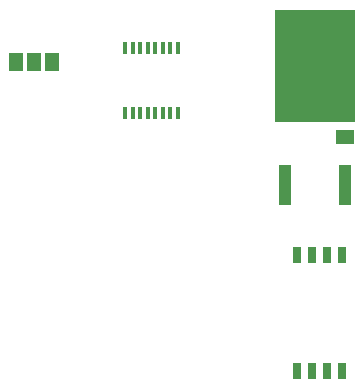
<source format=gbp>
G04 EAGLE Gerber RS-274X export*
G75*
%MOMM*%
%FSLAX34Y34*%
%LPD*%
%INSolderpaste Bottom*%
%IPPOS*%
%AMOC8*
5,1,8,0,0,1.08239X$1,22.5*%
G01*
%ADD10R,1.000000X3.400000*%
%ADD11R,6.800000X9.600000*%
%ADD12R,1.500000X1.300000*%
%ADD13R,0.685800X1.346200*%
%ADD14R,1.168400X1.600200*%
%ADD15R,0.400000X1.000000*%


D10*
X411163Y222925D03*
X360363Y222925D03*
D11*
X385763Y323925D03*
D12*
X411163Y263550D03*
X411163Y282550D03*
D13*
X409050Y164138D03*
X370950Y164138D03*
X396350Y164138D03*
X383650Y164138D03*
X409050Y65713D03*
X370950Y65713D03*
X396350Y65713D03*
X383650Y65713D03*
D14*
X132398Y327025D03*
X147638Y327025D03*
X162878Y327025D03*
D15*
X269880Y283650D03*
X263530Y283650D03*
X257180Y283650D03*
X250830Y283650D03*
X244470Y283650D03*
X238120Y283650D03*
X231770Y283650D03*
X225420Y283650D03*
X225420Y338650D03*
X231770Y338650D03*
X238120Y338650D03*
X244470Y338650D03*
X250830Y338650D03*
X257180Y338650D03*
X263530Y338650D03*
X269880Y338650D03*
M02*

</source>
